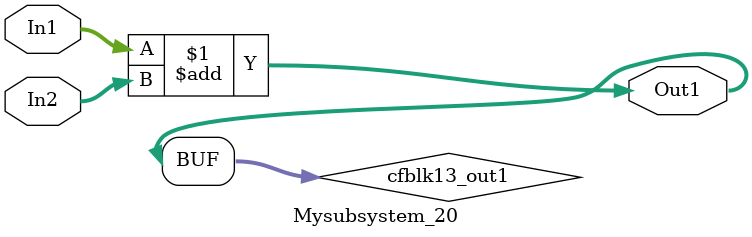
<source format=v>



`timescale 1 ns / 1 ns

module Mysubsystem_20
          (In1,
           In2,
           Out1);


  input   [7:0] In1;  // uint8
  input   [7:0] In2;  // uint8
  output  [7:0] Out1;  // uint8


  wire [7:0] cfblk13_out1;  // uint8


  assign cfblk13_out1 = In1 + In2;



  assign Out1 = cfblk13_out1;

endmodule  // Mysubsystem_20


</source>
